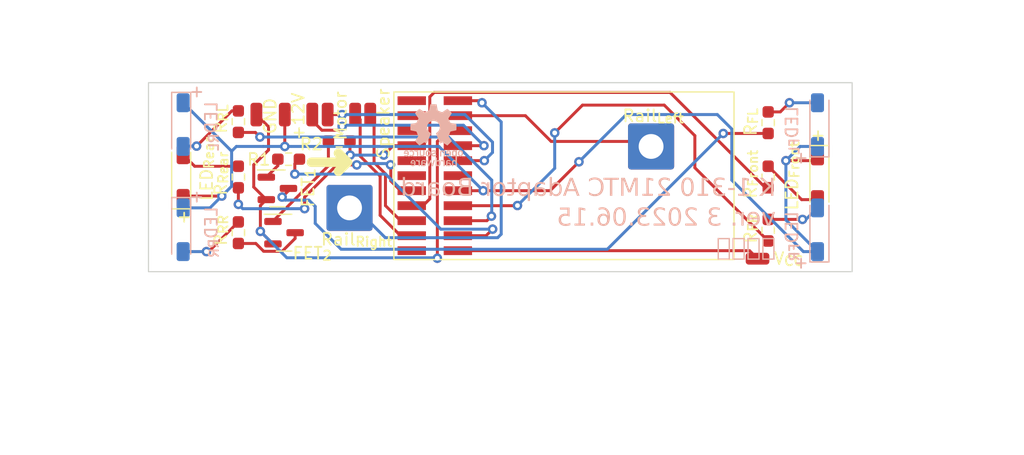
<source format=kicad_pcb>
(kicad_pcb (version 20221018) (generator pcbnew)
  (layers (0 "F.Cu" signal) (31 "B.Cu" signal) (34 "B.Paste" user) (35 "F.Paste" user) (36 "B.SilkS" user "B.Silkscreen") (37 "F.SilkS" user "F.Silkscreen") (38 "B.Mask" user) (39 "F.Mask" user) (44 "Edge.Cuts" user))
  (net 0 "")
  (net 4 "Net-(21MTC1-Aux_4)")
  (net 7 "GND")
  (net 8 "Net-(21MTC1-Rearlight)")
  (net 9 "Net-(21MTC1-Frontlight)")
  (net 10 "+12V")
  (net 12 "Net-(21MTC1-Aux_3)")
  (net 13 "Net-(21MTC1-Aux_2)")
  (net 14 "Net-(21MTC1-Aux_1)")
  (net 16 "Net-(21MTC1-Motor_2)")
  (net 17 "Net-(21MTC1-Motor_1)")
  (net 18 "Net-(21MTC1-Rail_Left)")
  (net 19 "Net-(21MTC1-Rail_Right)")
  (net 20 "Net-(LED_{Front}1-K)")
  (net 21 "Net-(LED_{Rear}1-K)")
  (net 22 "Net-(Speaker_{2}1-Pin_1)")
  (net 23 "Net-(LED_{Front_Left}1-K)")
  (net 24 "Net-(LED_{Front_Right}1-K)")
  (net 25 "Net-(LED_{Rear_Left}1-K)")
  (net 26 "Net-(LED_{Rear_Right}1-K)")
  (net 27 "Net-(Speaker_{1}1-Pin_1)")
  (net 28 "Net-(21MTC1-Vcc)")
  (net 29 "Net-(Q1-D)")
  (net 30 "Net-(Q2-D)")
  (net 31 "Net-(Q1-G)")
  (net 32 "Net-(Q2-G)")
  (footprint "DCC:21MTC" (layer "F.Cu") (at 87.712 33.274)
    (fp_text reference "21MTC1" hide)
    (fp_text value "21MTC")
    (pad "1" smd rect (at -1.95 -6.35) (size 2.4 0.74) (layers "F.Cu" "F.Paste" "F.Mask"))
    (pad "2" smd rect (at -1.95 -5.08) (size 2.4 0.74) (layers "F.Cu" "F.Paste" "F.Mask"))
    (pad "3" smd rect (at -1.95 -3.81) (size 2.4 0.74) (layers "F.Cu" "F.Paste" "F.Mask"))
    (pad "4" smd rect (at -1.95 -2.54) (size 2.4 0.74) (layers "F.Cu" "F.Paste" "F.Mask") (net 4 "Net-(21MTC1-Aux_4)"))
    (pad "5" smd rect (at -1.95 -1.27) (size 2.4 0.74) (layers "F.Cu" "F.Paste" "F.Mask"))
    (pad "6" smd rect (at -1.95 0) (size 2.4 0.74) (layers "F.Cu" "F.Paste" "F.Mask"))
    (pad "7" smd rect (at -1.95 1.27) (size 2.4 0.74) (layers "F.Cu" "F.Paste" "F.Mask") (net 8 "Net-(21MTC1-Rearlight)"))
    (pad "8" smd rect (at -1.95 2.54) (size 2.4 0.74) (layers "F.Cu" "F.Paste" "F.Mask") (net 9 "Net-(21MTC1-Frontlight)"))
    (pad "9" smd rect (at -1.95 3.81) (size 2.4 0.74) (layers "F.Cu" "F.Paste" "F.Mask") (net 22 "Net-(Speaker_{2}1-Pin_1)"))
    (pad "10" smd rect (at -1.95 5.08) (size 2.4 0.74) (layers "F.Cu" "F.Paste" "F.Mask") (net 27 "Net-(Speaker_{1}1-Pin_1)"))
    (pad "11" smd rect (at -1.95 6.35) (size 2.4 0.74) (layers "F.Cu" "F.Paste" "F.Mask"))
    (pad "12" smd rect (at 1.95 6.35 180) (size 2.4 0.74) (layers "F.Cu" "F.Paste" "F.Mask") (net 28 "Net-(21MTC1-Vcc)"))
    (pad "13" smd rect (at 1.95 5.08 180) (size 2.4 0.74) (layers "F.Cu" "F.Paste" "F.Mask") (net 12 "Net-(21MTC1-Aux_3)"))
    (pad "14" smd rect (at 1.95 3.81 180) (size 2.4 0.74) (layers "F.Cu" "F.Paste" "F.Mask") (net 13 "Net-(21MTC1-Aux_2)"))
    (pad "15" smd rect (at 1.95 2.54 180) (size 2.4 0.74) (layers "F.Cu" "F.Paste" "F.Mask") (net 14 "Net-(21MTC1-Aux_1)"))
    (pad "16" smd rect (at 1.95 1.27 180) (size 2.4 0.74) (layers "F.Cu" "F.Paste" "F.Mask") (net 10 "+12V"))
    (pad "17" smd rect (at 1.95 0 180) (size 2.4 0.74) (layers "F.Cu" "F.Paste" "F.Mask"))
    (pad "18" smd rect (at 1.95 -1.27 180) (size 2.4 0.74) (layers "F.Cu" "F.Paste" "F.Mask") (net 16 "Net-(21MTC1-Motor_2)"))
    (pad "19" smd rect (at 1.95 -2.54 180) (size 2.4 0.74) (layers "F.Cu" "F.Paste" "F.Mask") (net 17 "Net-(21MTC1-Motor_1)"))
    (pad "20" smd rect (at 1.95 -3.81 180) (size 2.4 0.74) (layers "F.Cu" "F.Paste" "F.Mask") (net 7 "GND"))
    (pad "21" smd rect (at 1.95 -5.08 180) (size 2.4 0.74) (layers "F.Cu" "F.Paste" "F.Mask") (net 18 "Net-(21MTC1-Rail_Left)"))
    (pad "22" smd rect (at 1.95 -6.35 180) (size 2.4 0.74) (layers "F.Cu" "F.Paste" "F.Mask") (net 19 "Net-(21MTC1-Rail_Right)"))
  )
  (footprint "Resistor_SMD:R_0603_1608Metric_Pad0.98x0.95mm_HandSolder" (layer "F.Cu") (at 115.9 37.8875 90)
    (fp_text reference "R_{Front_Right}1" hide)
    (fp_text value "R")
    (pad "1" smd roundrect (at -0.9125 0 90) (size 0.975 0.95) (layers "F.Cu" "F.Paste" "F.Mask") (net 14 "Net-(21MTC1-Aux_1)"))
    (pad "2" smd roundrect (at 0.9125 0 90) (size 0.975 0.95) (layers "F.Cu" "F.Paste" "F.Mask") (net 24 "Net-(LED_{Front_Right}1-K)"))
  )
  (footprint "Connector_Wire:SolderWirePad_1x01_SMD_1x2mm" (layer "F.Cu") (at 82.25 28.1)
    (fp_text reference "Speaker_{2}1" hide)
    (fp_text value "J")
    (pad "1" smd roundrect (at 0 0) (size 1 2) (layers "F.Cu" "F.Paste" "F.Mask") (net 22 "Net-(Speaker_{2}1-Pin_1)"))
  )
  (footprint "Connector_Wire:SolderWire-1.5sqmm_1x01_D1.7mm_OD3.9mm" (layer "F.Cu") (at 80.5 36)
    (fp_text reference "Rail_{Right}1" hide)
    (fp_text value "J")
    (pad "1" thru_hole roundrect (at 0 0) (size 3.9 3.9) (drill 2.1) (layers "*.Cu" "*.Mask") (roundrect_rratio 0.06410307692) (net 19 "Net-(21MTC1-Rail_Right)"))
  )
  (footprint "Resistor_SMD:R_0603_1608Metric_Pad0.98x0.95mm_HandSolder" (layer "F.Cu") (at 71.1 33.3875 90)
    (fp_text reference "R_{Rear}1" hide)
    (fp_text value "R")
    (pad "1" smd roundrect (at -0.9125 0 90) (size 0.975 0.95) (layers "F.Cu" "F.Paste" "F.Mask") (net 8 "Net-(21MTC1-Rearlight)"))
    (pad "2" smd roundrect (at 0.9125 0 90) (size 0.975 0.95) (layers "F.Cu" "F.Paste" "F.Mask") (net 21 "Net-(LED_{Rear}1-K)"))
  )
  (footprint "LED_Paradise:LED_Side_Emitting_335" (layer "F.Cu") (at 120.1 33.4 90)
    (fp_text reference "LED_{Front}1" hide)
    (fp_text value "D")
    (pad "1" smd roundrect locked (at -1.9 -0.03 270) (size 1.6 1.1) (layers "F.Cu" "F.Paste" "F.Mask") (roundrect_rratio 0.1851854545) (net 20 "Net-(LED_{Front}1-K)"))
    (pad "2" smd roundrect locked (at 1.8 -0.03 270) (size 1.6 1.1) (layers "F.Cu" "F.Paste" "F.Mask") (roundrect_rratio 0.1851854545) (net 10 "+12V"))
  )
  (footprint "Resistor_SMD:R_0603_1608Metric_Pad0.98x0.95mm_HandSolder" (layer "F.Cu") (at 75.35 31.875 180)
    (fp_text reference "R1" (at 2.525 -0.025) (layer "F.SilkS"))
    (fp_text value "1kΩ")
    (pad "1" smd roundrect (at -0.9125 0 180) (size 0.975 0.95) (layers "F.Cu" "F.Paste" "F.Mask") (net 12 "Net-(21MTC1-Aux_3)"))
    (pad "2" smd roundrect (at 0.9125 0 180) (size 0.975 0.95) (layers "F.Cu" "F.Paste" "F.Mask") (net 31 "Net-(Q1-G)"))
  )
  (footprint "Connector_Wire:SolderWirePad_1x01_SMD_1x2mm" (layer "F.Cu") (at 80.975 28.1)
    (fp_text reference "Speaker_{1}1" hide)
    (fp_text value "J")
    (pad "1" smd roundrect (at 0 0) (size 1 2) (layers "F.Cu" "F.Paste" "F.Mask") (net 27 "Net-(Speaker_{1}1-Pin_1)"))
  )
  (footprint "Connector_Wire:SolderWirePad_1x01_SMD_1x2mm" (layer "F.Cu") (at 115 40.3 90)
    (fp_text reference "VCC1" hide)
    (fp_text value "J")
    (pad "1" smd roundrect (at 0 0 90) (size 1 2) (layers "F.Cu" "F.Paste" "F.Mask") (net 28 "Net-(21MTC1-Vcc)"))
  )
  (footprint "Connector_Wire:SolderWire-1.5sqmm_1x01_D1.7mm_OD3.9mm" (layer "F.Cu") (at 106 30.8)
    (fp_text reference "Rail_{Left}1" hide)
    (fp_text value "J")
    (pad "1" thru_hole roundrect (at 0 0) (size 3.9 3.9) (drill 2.1) (layers "*.Cu" "*.Mask") (roundrect_rratio 0.06410307692) (net 18 "Net-(21MTC1-Rail_Left)"))
  )
  (footprint "Connector_Wire:SolderWirePad_1x01_SMD_1x2mm" (layer "F.Cu") (at 78.65 28.1)
    (fp_text reference "Motor_{2}1" hide)
    (fp_text value "J")
    (pad "1" smd roundrect (at 0 0) (size 1 2) (layers "F.Cu" "F.Paste" "F.Mask") (net 16 "Net-(21MTC1-Motor_2)"))
  )
  (footprint "Connector_Wire:SolderWirePad_1x01_SMD_1x2mm" (layer "F.Cu") (at 72.625 28.1)
    (fp_text reference "GND1" hide)
    (fp_text value "J")
    (pad "1" smd roundrect (at 0 0) (size 1 2) (layers "F.Cu" "F.Paste" "F.Mask") (net 7 "GND"))
  )
  (footprint "Resistor_SMD:R_0603_1608Metric_Pad0.98x0.95mm_HandSolder" (layer "F.Cu") (at 115.9 33.3875 90)
    (fp_text reference "R_{Front}1" hide)
    (fp_text value "R")
    (pad "1" smd roundrect (at -0.9125 0 90) (size 0.975 0.95) (layers "F.Cu" "F.Paste" "F.Mask") (net 9 "Net-(21MTC1-Frontlight)"))
    (pad "2" smd roundrect (at 0.9125 0 90) (size 0.975 0.95) (layers "F.Cu" "F.Paste" "F.Mask") (net 20 "Net-(LED_{Front}1-K)"))
  )
  (footprint "Connector_Wire:SolderWirePad_1x01_SMD_1x2mm" (layer "F.Cu") (at 77.35 28.1)
    (fp_text reference "Motor_{1}1" hide)
    (fp_text value "J")
    (pad "1" smd roundrect (at 0 0) (size 1 2) (layers "F.Cu" "F.Paste" "F.Mask") (net 17 "Net-(21MTC1-Motor_1)"))
  )
  (footprint "Resistor_SMD:R_0603_1608Metric_Pad0.98x0.95mm_HandSolder" (layer "F.Cu") (at 71.1 28.7 90)
    (fp_text reference "R_{Rear_Left}1" hide)
    (fp_text value "R")
    (pad "1" smd roundrect (at -0.9125 0 90) (size 0.975 0.95) (layers "F.Cu" "F.Paste" "F.Mask") (net 13 "Net-(21MTC1-Aux_2)"))
    (pad "2" smd roundrect (at 0.9125 0 90) (size 0.975 0.95) (layers "F.Cu" "F.Paste" "F.Mask") (net 25 "Net-(LED_{Rear_Left}1-K)"))
  )
  (footprint "LED_Paradise:LED_Side_Emitting_335" (layer "F.Cu") (at 66.4 33.4 -90)
    (fp_text reference "LED_{Rear}1" hide)
    (fp_text value "D")
    (pad "1" smd roundrect locked (at -1.9 -0.03 90) (size 1.6 1.1) (layers "F.Cu" "F.Paste" "F.Mask") (roundrect_rratio 0.1851854545) (net 21 "Net-(LED_{Rear}1-K)"))
    (pad "2" smd roundrect locked (at 1.8 -0.03 90) (size 1.6 1.1) (layers "F.Cu" "F.Paste" "F.Mask") (roundrect_rratio 0.1851854545) (net 10 "+12V"))
  )
  (footprint "Package_TO_SOT_SMD:SOT-23" (layer "F.Cu") (at 74.9625 38.1)
    (fp_text reference "Q2" hide)
    (fp_text value "NMOSFET2")
    (pad "1" smd roundrect (at -0.9375 -0.95) (size 1.475 0.6) (layers "F.Cu" "F.Paste" "F.Mask") (net 32 "Net-(Q2-G)"))
    (pad "2" smd roundrect (at -0.9375 0.95) (size 1.475 0.6) (layers "F.Cu" "F.Paste" "F.Mask") (net 7 "GND"))
    (pad "3" smd roundrect (at 0.9375 0) (size 1.475 0.6) (layers "F.Cu" "F.Paste" "F.Mask") (net 30 "Net-(Q2-D)"))
  )
  (footprint "Resistor_SMD:R_0603_1608Metric_Pad0.98x0.95mm_HandSolder" (layer "F.Cu") (at 79.625 30.325 180)
    (fp_text reference "R2" (at 2.35 -0.275) (layer "F.SilkS"))
    (fp_text value "1kΩ")
    (pad "1" smd roundrect (at -0.9125 0 180) (size 0.975 0.95) (layers "F.Cu" "F.Paste" "F.Mask") (net 4 "Net-(21MTC1-Aux_4)"))
    (pad "2" smd roundrect (at 0.9125 0 180) (size 0.975 0.95) (layers "F.Cu" "F.Paste" "F.Mask") (net 32 "Net-(Q2-G)"))
  )
  (footprint "Resistor_SMD:R_0603_1608Metric_Pad0.98x0.95mm_HandSolder" (layer "F.Cu") (at 115.9 28.7875 90)
    (fp_text reference "R_{Front_Left}1" hide)
    (fp_text value "R")
    (pad "1" smd roundrect (at -0.9125 0 90) (size 0.975 0.95) (layers "F.Cu" "F.Paste" "F.Mask") (net 29 "Net-(Q1-D)"))
    (pad "2" smd roundrect (at 0.9125 0 90) (size 0.975 0.95) (layers "F.Cu" "F.Paste" "F.Mask") (net 23 "Net-(LED_{Front_Left}1-K)"))
  )
  (footprint "Resistor_SMD:R_0603_1608Metric_Pad0.98x0.95mm_HandSolder" (layer "F.Cu") (at 71.1 38.1 90)
    (fp_text reference "R_{Rear_Right}1" hide)
    (fp_text value "R")
    (pad "1" smd roundrect (at -0.9125 0 90) (size 0.975 0.95) (layers "F.Cu" "F.Paste" "F.Mask") (net 30 "Net-(Q2-D)"))
    (pad "2" smd roundrect (at 0.9125 0 90) (size 0.975 0.95) (layers "F.Cu" "F.Paste" "F.Mask") (net 26 "Net-(LED_{Rear_Right}1-K)"))
  )
  (footprint "Connector_Wire:SolderWirePad_1x01_SMD_1x2mm" (layer "F.Cu") (at 75.025 28.1)
    (fp_text reference "+12V1" hide)
    (fp_text value "J")
    (pad "1" smd roundrect (at 0 0) (size 1 2) (layers "F.Cu" "F.Paste" "F.Mask") (net 10 "+12V"))
  )
  (footprint "Package_TO_SOT_SMD:SOT-23" (layer "F.Cu") (at 74.4 34.35)
    (fp_text reference "Q1" hide)
    (fp_text value "NMOSFET1")
    (pad "1" smd roundrect (at -0.9375 -0.95) (size 1.475 0.6) (layers "F.Cu" "F.Paste" "F.Mask") (net 31 "Net-(Q1-G)"))
    (pad "2" smd roundrect (at -0.9375 0.95) (size 1.475 0.6) (layers "F.Cu" "F.Paste" "F.Mask") (net 7 "GND"))
    (pad "3" smd roundrect (at 0.9375 0) (size 1.475 0.6) (layers "F.Cu" "F.Paste" "F.Mask") (net 29 "Net-(Q1-D)"))
  )
  (footprint "LED_Paradise:LED_Side_Emitting_335" (layer "B.Cu") (at 66.4 28.9 90)
    (fp_text reference "LED_{Rear_Left}1" hide)
    (fp_text value "D")
    (pad "1" smd roundrect locked (at -1.9 0.03 270) (size 1.6 1.1) (layers "B.Cu" "B.Paste" "B.Mask") (roundrect_rratio 0.1851854545) (net 25 "Net-(LED_{Rear_Left}1-K)"))
    (pad "2" smd roundrect locked (at 1.8 0.03 270) (size 1.6 1.1) (layers "B.Cu" "B.Paste" "B.Mask") (roundrect_rratio 0.1851854545) (net 10 "+12V"))
  )
  (footprint "LED_Paradise:LED_Side_Emitting_335" (layer "B.Cu") (at 120.1 29 -90)
    (fp_text reference "LED_{Front_Left}1" hide)
    (fp_text value "D")
    (pad "1" smd roundrect locked (at -1.9 0.03 90) (size 1.6 1.1) (layers "B.Cu" "B.Paste" "B.Mask") (roundrect_rratio 0.1851854545) (net 23 "Net-(LED_{Front_Left}1-K)"))
    (pad "2" smd roundrect locked (at 1.8 0.03 90) (size 1.6 1.1) (layers "B.Cu" "B.Paste" "B.Mask") (roundrect_rratio 0.1851854545) (net 10 "+12V"))
  )
  (footprint "LED_Paradise:LED_Side_Emitting_335" (layer "B.Cu") (at 120.1 37.9 -90)
    (fp_text reference "LED_{Front_Right}1" hide)
    (fp_text value "D")
    (pad "1" smd roundrect locked (at -1.9 0.03 90) (size 1.6 1.1) (layers "B.Cu" "B.Paste" "B.Mask") (roundrect_rratio 0.1851854545) (net 24 "Net-(LED_{Front_Right}1-K)"))
    (pad "2" smd roundrect locked (at 1.8 0.03 90) (size 1.6 1.1) (layers "B.Cu" "B.Paste" "B.Mask") (roundrect_rratio 0.1851854545) (net 10 "+12V"))
  )
  (footprint "LOGO" (layer "B.Cu") (at 87.6 29.85 180)
    (fp_text reference "G1" hide)
    (fp_text value "LOGO" hide)
  )
  (footprint "LED_Paradise:LED_Side_Emitting_335" (layer "B.Cu") (at 66.4 37.8 90)
    (fp_text reference "LED_{Rear_Right}1" hide)
    (fp_text value "D")
    (pad "1" smd roundrect locked (at -1.9 0.03 270) (size 1.6 1.1) (layers "B.Cu" "B.Paste" "B.Mask") (roundrect_rratio 0.1851854545) (net 26 "Net-(LED_{Rear_Right}1-K)"))
    (pad "2" smd roundrect locked (at 1.8 0.03 270) (size 1.6 1.1) (layers "B.Cu" "B.Paste" "B.Mask") (roundrect_rratio 0.1851854545) (net 10 "+12V"))
  )
  (gr_rect (start 63.5 25.4) (end 123 41.4) (stroke (width 0.1)) (fill none) (layer "Edge.Cuts"))
  (gr_text "+" (at 119.4 32.3) (layer "B.SilkS") (effects (font (size 1 1)) (justify left bottom mirror)))
  (gr_text "K 1-310 21MTC Adaptor Board\nver. 3 2023.06.15\n岡本和樹" (at 116.55 40.275) (layer "B.SilkS") (effects (font (size 1.5 1.5)) (justify left bottom mirror)))
  (gr_text "+" (at 119.4 41.2) (layer "B.SilkS") (effects (font (size 1 1)) (justify left bottom mirror)))
  (gr_text "+" (at 68.3 26.7) (layer "B.SilkS") (effects (font (size 1 1)) (justify left bottom mirror)))
  (gr_text "LED_{RR}" (at 69.4 35.8 90) (layer "B.SilkS") (effects (font (size 1 1)) (justify left bottom mirror)))
  (gr_text "LED_{FL}" (at 118.5 27.3 90) (layer "B.SilkS") (effects (font (size 1 1)) (justify left bottom mirror)))
  (gr_text "LED_{RL}" (at 69.4 26.9 90) (layer "B.SilkS") (effects (font (size 1 1)) (justify left bottom mirror)))
  (gr_text "LED_{FR}" (at 118.5 36.2 90) (layer "B.SilkS") (effects (font (size 1 1)) (justify left bottom mirror)))
  (gr_text "+" (at 68.3 35.6) (layer "B.SilkS") (effects (font (size 1 1)) (justify left bottom mirror)))
  (gr_text "LED_{Rear}" (at 69 35.5 90) (layer "F.SilkS") (effects (font (size 1 1)) (justify left bottom)))
  (gr_text "FET_{2}" (at 75.6 40.425) (layer "F.SilkS") (effects (font (size 1 1)) (justify left bottom)))
  (gr_text "+" (at 119.4 30.4) (layer "F.SilkS") (effects (font (size 1 1)) (justify left bottom)))
  (gr_text "Speaker" (at 83.95 31.9 90) (layer "F.SilkS") (effects (font (size 1 1)) (justify left bottom)))
  (gr_text "+" (at 65.8 37.3) (layer "F.SilkS") (effects (font (size 1 1)) (justify left bottom)))
  (gr_text "R_{Rear}" (at 70.2 35.05 90) (layer "F.SilkS") (effects (font (size 1 1)) (justify left bottom)))
  (gr_text "R_{FL}" (at 115 30 90) (layer "F.SilkS") (effects (font (size 1 1)) (justify left bottom)))
  (gr_text "R_{RR}" (at 70.2 39.3 90) (layer "F.SilkS") (effects (font (size 1 1)) (justify left bottom)))
  (gr_text "V_{CC}" (at 116.3 40.875) (layer "F.SilkS") (effects (font (size 1 1)) (justify left bottom)))
  (gr_text "Rail_{Right}" (at 78 39.25) (layer "F.SilkS") (effects (font (size 1 1)) (justify left bottom)))
  (gr_text "→" (at 78.8 31.85) (layer "F.SilkS") (effects (font (size 4 4) (thickness 0.8) bold)))
  (gr_text "Motor" (at 80.325 30.375 90) (layer "F.SilkS") (effects (font (size 1 1)) (justify left bottom)))
  (gr_text "R_{FR}" (at 115 39.1 90) (layer "F.SilkS") (effects (font (size 1 1)) (justify left bottom)))
  (gr_text "GND" (at 74.375 29.85 90) (layer "F.SilkS") (effects (font (size 1 1)) (justify left bottom)))
  (gr_text "+12V" (at 76.75 30.35 90) (layer "F.SilkS") (effects (font (size 1 1)) (justify left bottom)))
  (gr_text "R_{RL}" (at 70.2 29.8 90) (layer "F.SilkS") (effects (font (size 1 1)) (justify left bottom)))
  (gr_text "R_{Front}" (at 115 35.3 90) (layer "F.SilkS") (effects (font (size 1 1)) (justify left bottom)))
  (gr_text "Rail_{Left}" (at 103.5 28.8) (layer "F.SilkS") (effects (font (size 1 1)) (justify left bottom)))
  (gr_text "LED_{Front}" (at 118.5 36.3 90) (layer "F.SilkS") (effects (font (size 1 1)) (justify left bottom)))
  (gr_text "FET_{1}" (at 77.575 36.05 90) (layer "F.SilkS") (effects (font (size 1 1)) (justify left bottom)))
  (segment (start 85.762 30.734) (end 84.1905 30.734) (width 0.25) (layer "F.Cu") (net 4))
  (segment (start 80.5375 31.515502) (end 80.554082 31.532084) (width 0.25) (layer "F.Cu") (net 4))
  (segment (start 80.5375 30.325) (end 80.5375 31.515502) (width 0.25) (layer "F.Cu") (net 4))
  (segment (start 84.1905 30.734) (end 83.4 31.5245) (width 0.25) (layer "F.Cu") (net 4))
  (via (at 83.4 31.5245) (size 0.8) (drill 0.4) (layers "F.Cu" "B.Cu") (net 4))
  (via (at 80.554082 31.532084) (size 0.8) (drill 0.4) (layers "F.Cu" "B.Cu") (net 4))
  (segment (start 83.392416 31.532084) (end 83.4 31.5245) (width 0.25) (layer "B.Cu") (net 4))
  (segment (start 80.554082 31.532084) (end 83.392416 31.532084) (width 0.25) (layer "B.Cu") (net 4))
  (segment (start 72.9625 35.8) (end 72.9625 37.9875) (width 0.25) (layer "F.Cu") (net 7))
  (segment (start 72.4 34.2375) (end 72.4 32.35) (width 0.25) (layer "F.Cu") (net 7))
  (segment (start 73.4625 35.3) (end 72.4 34.2375) (width 0.25) (layer "F.Cu") (net 7))
  (segment (start 88.832 29.464) (end 87.925789 30.370211) (width 0.25) (layer "F.Cu") (net 7))
  (segment (start 73.6505 31.0995) (end 73.6505 29.1255) (width 0.25) (layer "F.Cu") (net 7))
  (segment (start 73.4625 35.3) (end 72.9625 35.8) (width 0.25) (layer "F.Cu") (net 7))
  (segment (start 89.662 29.464) (end 88.832 29.464) (width 0.25) (layer "F.Cu") (net 7))
  (segment (start 74.025 39.05) (end 72.9625 37.9875) (width 0.25) (layer "F.Cu") (net 7))
  (segment (start 72.4 32.35) (end 73.6505 31.0995) (width 0.25) (layer "F.Cu") (net 7))
  (segment (start 87.925789 30.370211) (end 87.925789 40.262105) (width 0.25) (layer "F.Cu") (net 7))
  (segment (start 73.6505 29.1255) (end 72.625 28.1) (width 0.25) (layer "F.Cu") (net 7))
  (via (at 72.9625 37.9875) (size 0.8) (drill 0.4) (layers "F.Cu" "B.Cu") (net 7))
  (via (at 87.925789 40.262105) (size 0.8) (drill 0.4) (layers "F.Cu" "B.Cu") (net 7))
  (segment (start 72.9625 37.9875) (end 75.2 40.225) (width 0.25) (layer "B.Cu") (net 7))
  (segment (start 75.2 40.225) (end 87.888684 40.225) (width 0.25) (layer "B.Cu") (net 7))
  (segment (start 87.888684 40.225) (end 87.925789 40.262105) (width 0.25) (layer "B.Cu") (net 7))
  (segment (start 76.7 35.086828) (end 79.426734 32.360094) (width 0.25) (layer "F.Cu") (net 8))
  (segment (start 79.426734 32.360094) (end 81.113907 32.360094) (width 0.25) (layer "F.Cu") (net 8))
  (segment (start 76.7 36.066424) (end 76.7 35.086828) (width 0.25) (layer "F.Cu") (net 8))
  (segment (start 71.1 35.7) (end 71.1 34.3) (width 0.25) (layer "F.Cu") (net 8))
  (segment (start 83.988389 32.376585) (end 83.988389 33.720389) (width 0.25) (layer "F.Cu") (net 8))
  (segment (start 84.812 34.544) (end 85.762 34.544) (width 0.25) (layer "F.Cu") (net 8))
  (segment (start 83.988389 33.720389) (end 84.812 34.544) (width 0.25) (layer "F.Cu") (net 8))
  (segment (start 83.962498 32.350694) (end 83.988389 32.376585) (width 0.25) (layer "F.Cu") (net 8))
  (via (at 83.962498 32.350694) (size 0.8) (drill 0.4) (layers "F.Cu" "B.Cu") (net 8))
  (via (at 81.113907 32.360094) (size 0.8) (drill 0.4) (layers "F.Cu" "B.Cu") (net 8))
  (via (at 76.7 36.066424) (size 0.8) (drill 0.4) (layers "F.Cu" "B.Cu") (net 8))
  (via (at 71.1 35.7) (size 0.8) (drill 0.4) (layers "F.Cu" "B.Cu") (net 8))
  (segment (start 76.7 36.066424) (end 76.6995 36.066924) (width 0.25) (layer "B.Cu") (net 8))
  (segment (start 83.860804 32.249) (end 83.962498 32.350694) (width 0.25) (layer "B.Cu") (net 8))
  (segment (start 76.6995 36.066924) (end 71.466924 36.066924) (width 0.25) (layer "B.Cu") (net 8))
  (segment (start 71.466924 36.066924) (end 71.1 35.7) (width 0.25) (layer "B.Cu") (net 8))
  (segment (start 81.225001 32.249) (end 83.860804 32.249) (width 0.25) (layer "B.Cu") (net 8))
  (segment (start 81.113907 32.360094) (end 81.225001 32.249) (width 0.25) (layer "B.Cu") (net 8))
  (segment (start 86.712 35.814) (end 87.287 35.239) (width 0.25) (layer "F.Cu") (net 9))
  (segment (start 107.603695 26.229) (end 115.674695 34.3) (width 0.25) (layer "F.Cu") (net 9))
  (segment (start 87.287 26.6) (end 87.658 26.229) (width 0.25) (layer "F.Cu") (net 9))
  (segment (start 85.762 35.814) (end 86.712 35.814) (width 0.25) (layer "F.Cu") (net 9))
  (segment (start 115.674695 34.3) (end 115.9 34.3) (width 0.25) (layer "F.Cu") (net 9))
  (segment (start 87.287 35.239) (end 87.287 26.6) (width 0.25) (layer "F.Cu") (net 9))
  (segment (start 87.658 26.229) (end 107.603695 26.229) (width 0.25) (layer "F.Cu") (net 9))
  (segment (start 89.662 34.544) (end 91.8 34.544) (width 0.25) (layer "F.Cu") (net 10))
  (segment (start 91.8 34.544) (end 97.456 34.544) (width 0.25) (layer "F.Cu") (net 10))
  (segment (start 97.456 34.544) (end 99.9 32.1) (width 0.25) (layer "F.Cu") (net 10))
  (segment (start 66.63 35) (end 66.43 35.2) (width 0.25) (layer "F.Cu") (net 10))
  (segment (start 117.4 32) (end 119.67 32) (width 0.25) (layer "F.Cu") (net 10))
  (segment (start 69.7 35) (end 66.63 35) (width 0.25) (layer "F.Cu") (net 10))
  (segment (start 75.025 28.1) (end 75.025 30.8) (width 0.25) (layer "F.Cu") (net 10))
  (segment (start 119.67 32) (end 120.07 31.6) (width 0.25) (layer "F.Cu") (net 10))
  (via (at 91.8 34.544) (size 0.8) (drill 0.4) (layers "F.Cu" "B.Cu") (net 10))
  (via (at 75.025 30.8) (size 0.8) (drill 0.4) (layers "F.Cu" "B.Cu") (net 10))
  (via (at 69.7 35) (size 0.8) (drill 0.4) (layers "F.Cu" "B.Cu") (net 10))
  (via (at 99.9 32.1) (size 0.8) (drill 0.4) (layers "F.Cu" "B.Cu") (net 10))
  (via (at 117.4 32) (size 0.8) (drill 0.4) (layers "F.Cu" "B.Cu") (net 10))
  (segment (start 70.53 31.2) (end 66.43 27.1) (width 0.25) (layer "B.Cu") (net 10))
  (segment (start 70.53 34.17) (end 69.7 35) (width 0.25) (layer "B.Cu") (net 10))
  (segment (start 112.825 29.325) (end 112.825 33.650305) (width 0.25) (layer "B.Cu") (net 10))
  (segment (start 120.07 30.8) (end 118.6 30.8) (width 0.25) (layer "B.Cu") (net 10))
  (segment (start 118.874695 39.7) (end 120.07 39.7) (width 0.25) (layer "B.Cu") (net 10))
  (segment (start 75.025 30.8) (end 88.056 30.8) (width 0.25) (layer "B.Cu") (net 10))
  (segment (start 111.6 28.1) (end 112.825 29.325) (width 0.25) (layer "B.Cu") (net 10))
  (segment (start 118.6 30.8) (end 117.4 32) (width 0.25) (layer "B.Cu") (net 10))
  (segment (start 112.825 33.650305) (end 118.874695 39.7) (width 0.25) (layer "B.Cu") (net 10))
  (segment (start 70.93 30.8) (end 73.2 30.8) (width 0.25) (layer "B.Cu") (net 10))
  (segment (start 99.9 32.1) (end 103.9 28.1) (width 0.25) (layer "B.Cu") (net 10))
  (segment (start 66.43 36) (end 68.7 36) (width 0.25) (layer "B.Cu") (net 10))
  (segment (start 117.4 37.03) (end 120.07 39.7) (width 0.25) (layer "B.Cu") (net 10))
  (segment (start 68.7 36) (end 69.7 35) (width 0.25) (layer "B.Cu") (net 10))
  (segment (start 117.4 33.47) (end 117.4 37.03) (width 0.25) (layer "B.Cu") (net 10))
  (segment (start 88.056 30.8) (end 91.8 34.544) (width 0.25) (layer "B.Cu") (net 10))
  (segment (start 70.53 31.2) (end 70.53 34.17) (width 0.25) (layer "B.Cu") (net 10))
  (segment (start 103.9 28.1) (end 111.6 28.1) (width 0.25) (layer "B.Cu") (net 10))
  (segment (start 117.4 33.47) (end 117.4 32) (width 0.25) (layer "B.Cu") (net 10))
  (segment (start 70.53 31.2) (end 70.93 30.8) (width 0.25) (layer "B.Cu") (net 10))
  (segment (start 73.2 30.8) (end 75.025 30.8) (width 0.25) (layer "B.Cu") (net 10))
  (segment (start 92.046 38.354) (end 92.6 37.8) (width 0.25) (layer "F.Cu") (net 12))
  (segment (start 75.875 32.2625) (end 76.2625 31.875) (width 0.25) (layer "F.Cu") (net 12))
  (segment (start 89.662 38.354) (end 92.046 38.354) (width 0.25) (layer "F.Cu") (net 12))
  (segment (start 75.875 33.140835) (end 75.875 32.2625) (width 0.25) (layer "F.Cu") (net 12))
  (segment (start 75.875 33.140835) (end 75.840835 33.175) (width 0.25) (layer "F.Cu") (net 12))
  (via (at 92.6 37.8) (size 0.8) (drill 0.4) (layers "F.Cu" "B.Cu") (net 12))
  (via (at 75.875 33.140835) (size 0.8) (drill 0.4) (layers "F.Cu" "B.Cu") (net 12))
  (segment (start 88.214807 37.8) (end 92.6 37.8) (width 0.25) (layer "B.Cu") (net 12))
  (segment (start 83.555642 33.140835) (end 88.214807 37.8) (width 0.25) (layer "B.Cu") (net 12))
  (segment (start 75.875 33.140835) (end 83.555642 33.140835) (width 0.25) (layer "B.Cu") (net 12))
  (segment (start 92.116 37.084) (end 89.662 37.084) (width 0.25) (layer "F.Cu") (net 13))
  (segment (start 72.9255 30) (end 72.538 29.6125) (width 0.25) (layer "F.Cu") (net 13))
  (segment (start 92.5 36.7) (end 92.116 37.084) (width 0.25) (layer "F.Cu") (net 13))
  (segment (start 72.538 29.6125) (end 71.1 29.6125) (width 0.25) (layer "F.Cu") (net 13))
  (via (at 72.9255 30) (size 0.8) (drill 0.4) (layers "F.Cu" "B.Cu") (net 13))
  (via (at 92.5 36.7) (size 0.8) (drill 0.4) (layers "F.Cu" "B.Cu") (net 13))
  (segment (start 72.9255 30) (end 88.874695 30) (width 0.25) (layer "B.Cu") (net 13))
  (segment (start 88.874695 30) (end 92.525 33.650305) (width 0.25) (layer "B.Cu") (net 13))
  (segment (start 92.525 36.675) (end 92.5 36.7) (width 0.25) (layer "B.Cu") (net 13))
  (segment (start 92.525 33.650305) (end 92.525 36.675) (width 0.25) (layer "B.Cu") (net 13))
  (segment (start 107.113172 27.3) (end 109.7 29.886828) (width 0.25) (layer "F.Cu") (net 14))
  (segment (start 97.85 29.65) (end 100.2 27.3) (width 0.25) (layer "F.Cu") (net 14))
  (segment (start 94.686 35.814) (end 89.662 35.814) (width 0.25) (layer "F.Cu") (net 14))
  (segment (start 100.2 27.3) (end 107.113172 27.3) (width 0.25) (layer "F.Cu") (net 14))
  (segment (start 109.7 32.6) (end 115.9 38.8) (width 0.25) (layer "F.Cu") (net 14))
  (segment (start 94.7 35.8) (end 94.686 35.814) (width 0.25) (layer "F.Cu") (net 14))
  (segment (start 109.7 29.886828) (end 109.7 32.6) (width 0.25) (layer "F.Cu") (net 14))
  (via (at 94.7 35.8) (size 0.8) (drill 0.4) (layers "F.Cu" "B.Cu") (net 14))
  (via (at 97.85 29.65) (size 0.8) (drill 0.4) (layers "F.Cu" "B.Cu") (net 14))
  (segment (start 97.85 29.65) (end 97.85 32.65) (width 0.25) (layer "B.Cu") (net 14))
  (segment (start 97.85 32.65) (end 94.7 35.8) (width 0.25) (layer "B.Cu") (net 14))
  (segment (start 89.666 32) (end 89.662 32.004) (width 0.25) (layer "F.Cu") (net 16))
  (segment (start 78.65 28.1) (end 79.875 28.1) (width 0.25) (layer "F.Cu") (net 16))
  (segment (start 91.9 32) (end 89.666 32) (width 0.25) (layer "F.Cu") (net 16))
  (via (at 91.9 32) (size 0.8) (drill 0.4) (layers "F.Cu" "B.Cu") (net 16))
  (via (at 79.875 28.1) (size 0.8) (drill 0.4) (layers "F.Cu" "B.Cu") (net 16))
  (segment (start 92.591 31.309) (end 91.9 32) (width 0.25) (layer "B.Cu") (net 16))
  (segment (start 90.257305 28.1) (end 92.591 30.433695) (width 0.25) (layer "B.Cu") (net 16))
  (segment (start 79.875 28.1) (end 90.257305 28.1) (width 0.25) (layer "B.Cu") (net 16))
  (segment (start 92.591 30.433695) (end 92.591 31.309) (width 0.25) (layer "B.Cu") (net 16))
  (segment (start 89.662 30.734) (end 91.866 30.734) (width 0.25) (layer "F.Cu") (net 17))
  (segment (start 78.161827 29.425) (end 77.35 28.613173) (width 0.25) (layer "F.Cu") (net 17))
  (segment (start 79.875 29.099503) (end 79.549503 29.425) (width 0.25) (layer "F.Cu") (net 17))
  (segment (start 79.549503 29.425) (end 78.161827 29.425) (width 0.25) (layer "F.Cu") (net 17))
  (segment (start 77.35 28.613173) (end 77.35 28.1) (width 0.25) (layer "F.Cu") (net 17))
  (via (at 79.875 29.099503) (size 0.8) (drill 0.4) (layers "F.Cu" "B.Cu") (net 17))
  (via (at 91.866 30.734) (size 0.8) (drill 0.4) (layers "F.Cu" "B.Cu") (net 17))
  (segment (start 79.875 29.099503) (end 79.974503 29) (width 0.25) (layer "B.Cu") (net 17))
  (segment (start 90.132 29) (end 91.866 30.734) (width 0.25) (layer "B.Cu") (net 17))
  (segment (start 79.974503 29) (end 90.132 29) (width 0.25) (layer "B.Cu") (net 17))
  (segment (start 97.549695 30.375) (end 105.575 30.375) (width 0.25) (layer "F.Cu") (net 18))
  (segment (start 89.662 28.194) (end 95.368695 28.194) (width 0.25) (layer "F.Cu") (net 18))
  (segment (start 95.368695 28.194) (end 97.549695 30.375) (width 0.25) (layer "F.Cu") (net 18))
  (segment (start 105.5 31.3) (end 106 30.8) (width 0.25) (layer "F.Cu") (net 18))
  (segment (start 105.575 30.375) (end 106 30.8) (width 0.25) (layer "F.Cu") (net 18))
  (segment (start 91.524 26.924) (end 91.7 27.1) (width 0.25) (layer "F.Cu") (net 19))
  (segment (start 89.662 26.924) (end 91.524 26.924) (width 0.25) (layer "F.Cu") (net 19))
  (via (at 91.7 27.1) (size 0.8) (drill 0.4) (layers "F.Cu" "B.Cu") (net 19))
  (segment (start 81 36) (end 80.5 36) (width 0.25) (layer "B.Cu") (net 19))
  (segment (start 83.525 38.525) (end 81 36) (width 0.25) (layer "B.Cu") (net 19))
  (segment (start 93.325 28.725) (end 93.325 38.225) (width 0.25) (layer "B.Cu") (net 19))
  (segment (start 91.7 27.1) (end 93.325 28.725) (width 0.25) (layer "B.Cu") (net 19))
  (segment (start 93.325 38.225) (end 93.025 38.525) (width 0.25) (layer "B.Cu") (net 19))
  (segment (start 93.025 38.525) (end 83.525 38.525) (width 0.25) (layer "B.Cu") (net 19))
  (segment (start 118.725 35.3) (end 115.9 32.475) (width 0.25) (layer "F.Cu") (net 20))
  (segment (start 120.07 35.3) (end 118.725 35.3) (width 0.25) (layer "F.Cu") (net 20))
  (segment (start 71.1 32.475) (end 67.405 32.475) (width 0.25) (layer "F.Cu") (net 21))
  (segment (start 67.405 32.475) (end 66.43 31.5) (width 0.25) (layer "F.Cu") (net 21))
  (segment (start 84.812 37.084) (end 83.538389 35.810389) (width 0.25) (layer "F.Cu") (net 22))
  (segment (start 82.575 28.425) (end 82.25 28.1) (width 0.25) (layer "F.Cu") (net 22))
  (segment (start 83.538389 33.123582) (end 82.575 32.160193) (width 0.25) (layer "F.Cu") (net 22))
  (segment (start 85.762 37.084) (end 84.812 37.084) (width 0.25) (layer "F.Cu") (net 22))
  (segment (start 83.538389 35.810389) (end 83.538389 33.123582) (width 0.25) (layer "F.Cu") (net 22))
  (segment (start 82.575 32.160193) (end 82.575 28.425) (width 0.25) (layer "F.Cu") (net 22))
  (segment (start 115.9 27.875) (end 116.925 27.875) (width 0.25) (layer "F.Cu") (net 23))
  (segment (start 116.925 27.875) (end 117.7 27.1) (width 0.25) (layer "F.Cu") (net 23))
  (via (at 117.7 27.1) (size 0.8) (drill 0.4) (layers "F.Cu" "B.Cu") (net 23))
  (segment (start 117.7 27.1) (end 120.07 27.1) (width 0.25) (layer "B.Cu") (net 23))
  (segment (start 115.9 36.975) (end 118.8 36.975) (width 0.25) (layer "F.Cu") (net 24))
  (via (at 118.8 36.975) (size 0.8) (drill 0.4) (layers "F.Cu" "B.Cu") (net 24))
  (segment (start 118.8 36.975) (end 119.095 36.975) (width 0.25) (layer "B.Cu") (net 24))
  (segment (start 119.095 36.975) (end 120.07 36) (width 0.25) (layer "B.Cu") (net 24))
  (segment (start 70.553086 27.7875) (end 67.568623 30.771963) (width 0.25) (layer "F.Cu") (net 25))
  (segment (start 71.1 27.7875) (end 70.553086 27.7875) (width 0.25) (layer "F.Cu") (net 25))
  (via (at 67.568623 30.771963) (size 0.8) (drill 0.4) (layers "F.Cu" "B.Cu") (net 25))
  (segment (start 67.568623 30.771963) (end 66.458037 30.771963) (width 0.25) (layer "B.Cu") (net 25))
  (segment (start 66.458037 30.771963) (end 66.43 30.8) (width 0.25) (layer "B.Cu") (net 25))
  (segment (start 68.5875 39.7) (end 68.4 39.7) (width 0.25) (layer "F.Cu") (net 26))
  (segment (start 71.1 37.1875) (end 68.5875 39.7) (width 0.25) (layer "F.Cu") (net 26))
  (via (at 68.4 39.7) (size 0.8) (drill 0.4) (layers "F.Cu" "B.Cu") (net 26))
  (segment (start 68.4 39.7) (end 66.43 39.7) (width 0.25) (layer "B.Cu") (net 26))
  (segment (start 85.762 38.354) (end 84.812 38.354) (width 0.25) (layer "F.Cu") (net 27))
  (segment (start 81.4 31.621589) (end 81.4 28.525) (width 0.25) (layer "F.Cu") (net 27))
  (segment (start 83.088389 33.309978) (end 81.4 31.621589) (width 0.25) (layer "F.Cu") (net 27))
  (segment (start 84.812 38.354) (end 83.088389 36.630389) (width 0.25) (layer "F.Cu") (net 27))
  (segment (start 83.088389 36.630389) (end 83.088389 33.309978) (width 0.25) (layer "F.Cu") (net 27))
  (segment (start 81.4 28.525) (end 80.975 28.1) (width 0.25) (layer "F.Cu") (net 27))
  (segment (start 115 40.3) (end 114.324 39.624) (width 0.25) (layer "F.Cu") (net 28))
  (segment (start 114.324 39.624) (end 89.662 39.624) (width 0.25) (layer "F.Cu") (net 28))
  (segment (start 112.1 29.7) (end 115.9 29.7) (width 0.25) (layer "F.Cu") (net 29))
  (segment (start 74.7995 35.085153) (end 75.3375 34.547153) (width 0.25) (layer "F.Cu") (net 29))
  (segment (start 75.3375 34.547153) (end 75.3375 34.35) (width 0.25) (layer "F.Cu") (net 29))
  (via (at 74.7995 35.085153) (size 0.8) (drill 0.4) (layers "F.Cu" "B.Cu") (net 29))
  (via (at 112.1 29.7) (size 0.8) (drill 0.4) (layers "F.Cu" "B.Cu") (net 29))
  (segment (start 74.7995 35.085153) (end 75.056271 35.341924) (width 0.25) (layer "B.Cu") (net 29))
  (segment (start 75.056271 35.341924) (end 77.066924 35.341924) (width 0.25) (layer "B.Cu") (net 29))
  (segment (start 77.6 35.875) (end 77.6 37.313172) (width 0.25) (layer "B.Cu") (net 29))
  (segment (start 102.3 39.5) (end 112.1 29.7) (width 0.25) (layer "B.Cu") (net 29))
  (segment (start 79.786828 39.5) (end 102.3 39.5) (width 0.25) (layer "B.Cu") (net 29))
  (segment (start 77.6 37.313172) (end 79.786828 39.5) (width 0.25) (layer "B.Cu") (net 29))
  (segment (start 77.066924 35.341924) (end 77.6 35.875) (width 0.25) (layer "B.Cu") (net 29))
  (segment (start 74.809251 39.675) (end 75.9 38.584251) (width 0.25) (layer "F.Cu") (net 30))
  (segment (start 73.240749 39.675) (end 74.809251 39.675) (width 0.25) (layer "F.Cu") (net 30))
  (segment (start 72.578249 39.0125) (end 73.240749 39.675) (width 0.25) (layer "F.Cu") (net 30))
  (segment (start 71.1 39.0125) (end 72.578249 39.0125) (width 0.25) (layer "F.Cu") (net 30))
  (segment (start 75.9 38.584251) (end 75.9 38.1) (width 0.25) (layer "F.Cu") (net 30))
  (segment (start 74.4375 31.875) (end 74.4375 32.425) (width 0.25) (layer "F.Cu") (net 31))
  (segment (start 74.4375 32.425) (end 73.4625 33.4) (width 0.25) (layer "F.Cu") (net 31))
  (segment (start 78.7125 32.437932) (end 74.025 37.125432) (width 0.25) (layer "F.Cu") (net 32))
  (segment (start 74.025 37.125432) (end 74.025 37.15) (width 0.25) (layer "F.Cu") (net 32))
  (segment (start 78.7125 30.325) (end 78.7125 32.437932) (width 0.25) (layer "F.Cu") (net 32))
)
</source>
